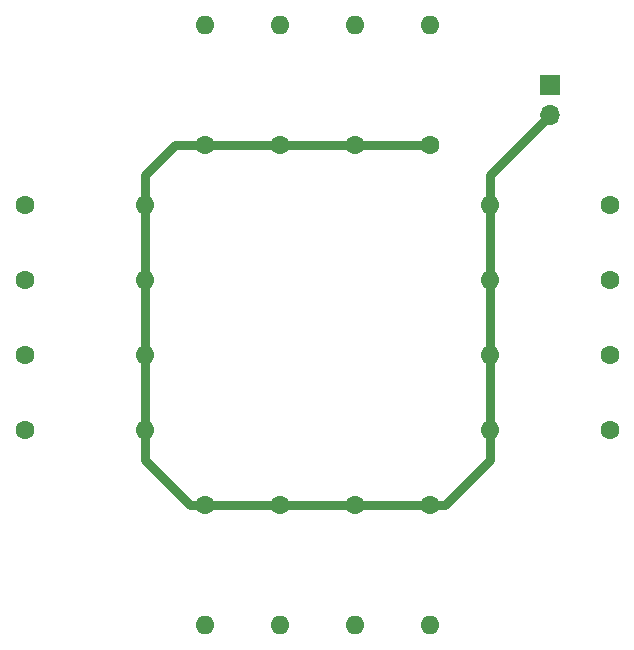
<source format=gbr>
%TF.GenerationSoftware,KiCad,Pcbnew,(5.1.6)-1*%
%TF.CreationDate,2020-10-15T00:56:24-04:00*%
%TF.ProjectId,KiCAD PCB,4b694341-4420-4504-9342-2e6b69636164,rev?*%
%TF.SameCoordinates,Original*%
%TF.FileFunction,Copper,L2,Bot*%
%TF.FilePolarity,Positive*%
%FSLAX46Y46*%
G04 Gerber Fmt 4.6, Leading zero omitted, Abs format (unit mm)*
G04 Created by KiCad (PCBNEW (5.1.6)-1) date 2020-10-15 00:56:24*
%MOMM*%
%LPD*%
G01*
G04 APERTURE LIST*
%TA.AperFunction,ComponentPad*%
%ADD10O,1.600000X1.600000*%
%TD*%
%TA.AperFunction,ComponentPad*%
%ADD11C,1.600000*%
%TD*%
%TA.AperFunction,ComponentPad*%
%ADD12O,1.700000X1.700000*%
%TD*%
%TA.AperFunction,ComponentPad*%
%ADD13R,1.700000X1.700000*%
%TD*%
%TA.AperFunction,Conductor*%
%ADD14C,0.750000*%
%TD*%
G04 APERTURE END LIST*
D10*
%TO.P,R16,2*%
%TO.N,Net-(BT1-Pad2)*%
X132715000Y-96520000D03*
D11*
%TO.P,R16,1*%
%TO.N,Net-(D16-Pad1)*%
X142875000Y-96520000D03*
%TD*%
D10*
%TO.P,R15,2*%
%TO.N,Net-(BT1-Pad2)*%
X132715000Y-90170000D03*
D11*
%TO.P,R15,1*%
%TO.N,Net-(D15-Pad1)*%
X142875000Y-90170000D03*
%TD*%
D10*
%TO.P,R14,2*%
%TO.N,Net-(BT1-Pad2)*%
X132715000Y-83820000D03*
D11*
%TO.P,R14,1*%
%TO.N,Net-(D14-Pad1)*%
X142875000Y-83820000D03*
%TD*%
D10*
%TO.P,R13,2*%
%TO.N,Net-(BT1-Pad2)*%
X132715000Y-77470000D03*
D11*
%TO.P,R13,1*%
%TO.N,Net-(D13-Pad1)*%
X142875000Y-77470000D03*
%TD*%
D10*
%TO.P,R12,2*%
%TO.N,Net-(D12-Pad1)*%
X127635000Y-113030000D03*
D11*
%TO.P,R12,1*%
%TO.N,Net-(BT1-Pad2)*%
X127635000Y-102870000D03*
%TD*%
D10*
%TO.P,R11,2*%
%TO.N,Net-(D11-Pad1)*%
X127635000Y-62230000D03*
D11*
%TO.P,R11,1*%
%TO.N,Net-(BT1-Pad2)*%
X127635000Y-72390000D03*
%TD*%
D10*
%TO.P,R10,2*%
%TO.N,Net-(D10-Pad1)*%
X121285000Y-113030000D03*
D11*
%TO.P,R10,1*%
%TO.N,Net-(BT1-Pad2)*%
X121285000Y-102870000D03*
%TD*%
D10*
%TO.P,R9,2*%
%TO.N,Net-(D9-Pad1)*%
X121285000Y-62230000D03*
D11*
%TO.P,R9,1*%
%TO.N,Net-(BT1-Pad2)*%
X121285000Y-72390000D03*
%TD*%
D10*
%TO.P,R8,2*%
%TO.N,Net-(D8-Pad1)*%
X114935000Y-113030000D03*
D11*
%TO.P,R8,1*%
%TO.N,Net-(BT1-Pad2)*%
X114935000Y-102870000D03*
%TD*%
D10*
%TO.P,R7,2*%
%TO.N,Net-(D7-Pad1)*%
X114935000Y-62230000D03*
D11*
%TO.P,R7,1*%
%TO.N,Net-(BT1-Pad2)*%
X114935000Y-72390000D03*
%TD*%
D10*
%TO.P,R6,2*%
%TO.N,Net-(D6-Pad1)*%
X108585000Y-113030000D03*
D11*
%TO.P,R6,1*%
%TO.N,Net-(BT1-Pad2)*%
X108585000Y-102870000D03*
%TD*%
D10*
%TO.P,R5,2*%
%TO.N,Net-(D5-Pad1)*%
X108585000Y-62230000D03*
D11*
%TO.P,R5,1*%
%TO.N,Net-(BT1-Pad2)*%
X108585000Y-72390000D03*
%TD*%
D10*
%TO.P,R4,2*%
%TO.N,Net-(BT1-Pad2)*%
X103505000Y-96520000D03*
D11*
%TO.P,R4,1*%
%TO.N,Net-(D4-Pad1)*%
X93345000Y-96520000D03*
%TD*%
D10*
%TO.P,R3,2*%
%TO.N,Net-(BT1-Pad2)*%
X103505000Y-90170000D03*
D11*
%TO.P,R3,1*%
%TO.N,Net-(D3-Pad1)*%
X93345000Y-90170000D03*
%TD*%
D10*
%TO.P,R2,2*%
%TO.N,Net-(BT1-Pad2)*%
X103505000Y-83820000D03*
D11*
%TO.P,R2,1*%
%TO.N,Net-(D2-Pad1)*%
X93345000Y-83820000D03*
%TD*%
D10*
%TO.P,R1,2*%
%TO.N,Net-(BT1-Pad2)*%
X103505000Y-77470000D03*
D11*
%TO.P,R1,1*%
%TO.N,Net-(D1-Pad1)*%
X93345000Y-77470000D03*
%TD*%
D12*
%TO.P,BT1,2*%
%TO.N,Net-(BT1-Pad2)*%
X137795000Y-69850000D03*
D13*
%TO.P,BT1,1*%
%TO.N,Net-(BT1-Pad1)*%
X137795000Y-67310000D03*
%TD*%
D14*
%TO.N,Net-(BT1-Pad2)*%
X132715000Y-77470000D02*
X132715000Y-96520000D01*
X127635000Y-102870000D02*
X108585000Y-102870000D01*
X103505000Y-99060000D02*
X103505000Y-96520000D01*
X103505000Y-96520000D02*
X103505000Y-77470000D01*
X103505000Y-77470000D02*
X103505000Y-74930000D01*
X103505000Y-74930000D02*
X106045000Y-72390000D01*
X106045000Y-72390000D02*
X108585000Y-72390000D01*
X108585000Y-72390000D02*
X127635000Y-72390000D01*
X108585000Y-102870000D02*
X107315000Y-102870000D01*
X107315000Y-102870000D02*
X103505000Y-99060000D01*
X127635000Y-102870000D02*
X128905000Y-102870000D01*
X132715000Y-99060000D02*
X132715000Y-96520000D01*
X128905000Y-102870000D02*
X132715000Y-99060000D01*
X132715000Y-77470000D02*
X132715000Y-74930000D01*
X132715000Y-74930000D02*
X137795000Y-69850000D01*
%TD*%
M02*

</source>
